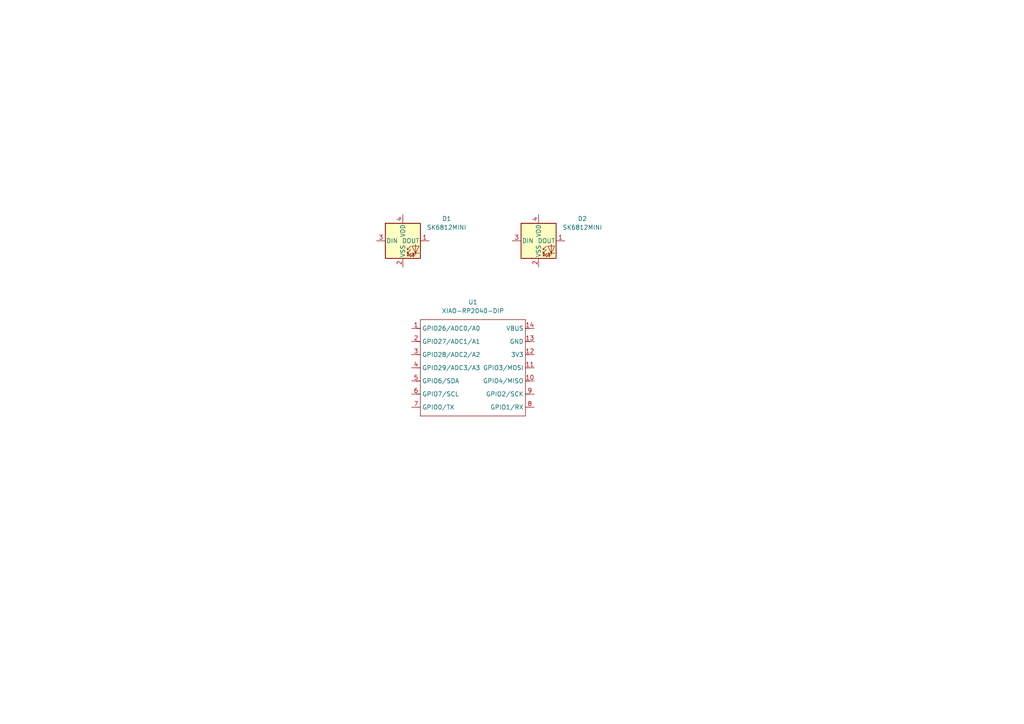
<source format=kicad_sch>
(kicad_sch (version 20250114) (generator "eeschema") (generator_version "9.0")
  (paper "A4")
  (lib_symbols
    (symbol "LED:SK6812MINI" (pin_names (offset 0.254))
      (property "Reference" "D" (at 5.08 5.715 0))
      (property "Value" "SK6812MINI" (at 1.27 -5.715 0))
      (symbol "SK6812MINI_0_0"
        (text "RGB" (at 2.286 -4.191 0) (effects (font (size 0.762 0.762))))
      )
      (symbol "SK6812MINI_0_1"
        (polyline (pts (xy 1.27 -2.54) (xy 1.778 -2.54)))
        (polyline (pts (xy 1.27 -3.556) (xy 1.778 -3.556)))
        (polyline (pts (xy 2.286 -1.524) (xy 1.27 -2.54) (xy 1.27 -2.032)))
        (polyline (pts (xy 2.286 -2.54) (xy 1.27 -3.556) (xy 1.27 -3.048)))
        (polyline (pts (xy 3.683 -1.016) (xy 3.683 -3.556) (xy 3.683 -4.064)))
        (polyline (pts (xy 4.699 -1.524) (xy 2.667 -1.524) (xy 3.683 -3.556) (xy 4.699 -1.524)))
        (polyline (pts (xy 4.699 -3.556) (xy 2.667 -3.556)))
        (rectangle (start 5.08 5.08) (end -5.08 -5.08) (stroke (width 0.254)) (fill (type background)))
      )
      (symbol "SK6812MINI_1_1"
        (pin input line (at -7.62 0 0) (length 2.54) (name "DIN") (number "3"))
        (pin power_in line (at 0 7.62 270) (length 2.54) (name "VDD") (number "4"))
        (pin power_in line (at 0 -7.62 90) (length 2.54) (name "VSS") (number "2"))
        (pin output line (at 7.62 0 180) (length 2.54) (name "DOUT") (number "1"))
      )
    )
    (symbol "Seeed_Studio_XIAO_Series:XIAO-RP2040-DIP"
      (property "Reference" "U" (at 0 0 0))
      (property "Value" "XIAO-RP2040-DIP" (at 5.334 -1.778 0))
      (symbol "XIAO-RP2040-DIP_1_0"
        (polyline (pts (xy -1.27 -2.54) (xy 29.21 -2.54)) (stroke (width 0.1524)))
        (polyline (pts (xy -1.27 -5.08) (xy -2.54 -5.08)) (stroke (width 0.1524)))
        (polyline (pts (xy -1.27 -5.08) (xy -1.27 -2.54)) (stroke (width 0.1524)))
        (polyline (pts (xy -1.27 -8.89) (xy -2.54 -8.89)) (stroke (width 0.1524)))
        (polyline (pts (xy -1.27 -8.89) (xy -1.27 -5.08)) (stroke (width 0.1524)))
        (polyline (pts (xy -1.27 -12.7) (xy -2.54 -12.7)) (stroke (width 0.1524)))
        (polyline (pts (xy -1.27 -12.7) (xy -1.27 -8.89)) (stroke (width 0.1524)))
        (polyline (pts (xy -1.27 -16.51) (xy -2.54 -16.51)) (stroke (width 0.1524)))
        (polyline (pts (xy -1.27 -16.51) (xy -1.27 -12.7)) (stroke (width 0.1524)))
        (polyline (pts (xy -1.27 -20.32) (xy -2.54 -20.32)) (stroke (width 0.1524)))
        (polyline (pts (xy -1.27 -24.13) (xy -2.54 -24.13)) (stroke (width 0.1524)))
        (polyline (pts (xy -1.27 -27.94) (xy -2.54 -27.94)) (stroke (width 0.1524)))
        (polyline (pts (xy -1.27 -30.48) (xy -1.27 -16.51)) (stroke (width 0.1524)))
        (polyline (pts (xy 29.21 -2.54) (xy 29.21 -5.08)) (stroke (width 0.1524)))
        (polyline (pts (xy 29.21 -5.08) (xy 29.21 -8.89)) (stroke (width 0.1524)))
        (polyline (pts (xy 29.21 -8.89) (xy 29.21 -12.7)) (stroke (width 0.1524)))
        (polyline (pts (xy 29.21 -12.7) (xy 29.21 -30.48)) (stroke (width 0.1524)))
        (polyline (pts (xy 29.21 -30.48) (xy -1.27 -30.48)) (stroke (width 0.1524)))
        (polyline (pts (xy 30.48 -5.08) (xy 29.21 -5.08)) (stroke (width 0.1524)))
        (polyline (pts (xy 30.48 -8.89) (xy 29.21 -8.89)) (stroke (width 0.1524)))
        (polyline (pts (xy 30.48 -12.7) (xy 29.21 -12.7)) (stroke (width 0.1524)))
        (polyline (pts (xy 30.48 -16.51) (xy 29.21 -16.51)) (stroke (width 0.1524)))
        (polyline (pts (xy 30.48 -20.32) (xy 29.21 -20.32)) (stroke (width 0.1524)))
        (polyline (pts (xy 30.48 -24.13) (xy 29.21 -24.13)) (stroke (width 0.1524)))
        (polyline (pts (xy 30.48 -27.94) (xy 29.21 -27.94)) (stroke (width 0.1524)))
        (pin passive line (at -3.81 -5.08 0) (length 2.54) (name "GPIO26/ADC0/A0") (number "1"))
        (pin passive line (at -3.81 -8.89 0) (length 2.54) (name "GPIO27/ADC1/A1") (number "2"))
        (pin passive line (at -3.81 -12.7 0) (length 2.54) (name "GPIO28/ADC2/A2") (number "3"))
        (pin passive line (at -3.81 -16.51 0) (length 2.54) (name "GPIO29/ADC3/A3") (number "4"))
        (pin passive line (at -3.81 -20.32 0) (length 2.54) (name "GPIO6/SDA") (number "5"))
        (pin passive line (at -3.81 -24.13 0) (length 2.54) (name "GPIO7/SCL") (number "6"))
        (pin passive line (at -3.81 -27.94 0) (length 2.54) (name "GPIO0/TX") (number "7"))
        (pin passive line (at 31.75 -5.08 180) (length 2.54) (name "VBUS") (number "14"))
        (pin passive line (at 31.75 -8.89 180) (length 2.54) (name "GND") (number "13"))
        (pin passive line (at 31.75 -12.7 180) (length 2.54) (name "3V3") (number "12"))
        (pin passive line (at 31.75 -16.51 180) (length 2.54) (name "GPIO3/MOSI") (number "11"))
        (pin passive line (at 31.75 -20.32 180) (length 2.54) (name "GPIO4/MISO") (number "10"))
        (pin passive line (at 31.75 -24.13 180) (length 2.54) (name "GPIO2/SCK") (number "9"))
        (pin passive line (at 31.75 -27.94 180) (length 2.54) (name "GPIO1/RX") (number "8"))
      )
    )
  )
  (symbol (lib_id "LED:SK6812MINI") (at 156.21 69.85 0) (unit 1)
    (property "Reference" "D2" (at 168.91 63.4298 0))
    (property "Value" "SK6812MINI" (at 168.91 65.9698 0))
    (property "Footprint" "LED_SMD:LED_SK6812MINI_PLCC4_3.5x3.5mm_P1.75mm" (effects (hide yes)))
    (property "Datasheet" "https://cdn-shop.adafruit.com/product-files/2686/SK6812MINI_REV.01-1-2.pdf" (effects (hide yes)))
    (property "Description" "RGB LED with integrated controller" (effects (hide yes)))
  )
  (symbol (lib_id "Seeed_Studio_XIAO_Series:XIAO-RP2040-DIP") (at 123.19 90.17 0) (unit 1)
    (property "Reference" "U1" (at 137.16 87.63 0))
    (property "Value" "XIAO-RP2040-DIP" (at 137.16 90.17 0))
    (property "Footprint" "Module:MOUDLE14P-XIAO-DIP-SMD" (effects (hide yes)))
  )
  (symbol (lib_id "LED:SK6812MINI") (at 116.84 69.85 0) (unit 1)
    (property "Reference" "D1" (at 129.54 63.4298 0))
    (property "Value" "SK6812MINI" (at 129.54 65.9698 0))
    (property "Footprint" "LED_SMD:LED_SK6812MINI_PLCC4_3.5x3.5mm_P1.75mm" (effects (hide yes)))
    (property "Datasheet" "https://cdn-shop.adafruit.com/product-files/2686/SK6812MINI_REV.01-1-2.pdf" (effects (hide yes)))
    (property "Description" "RGB LED with integrated controller" (effects (hide yes)))
  )
)
</source>
